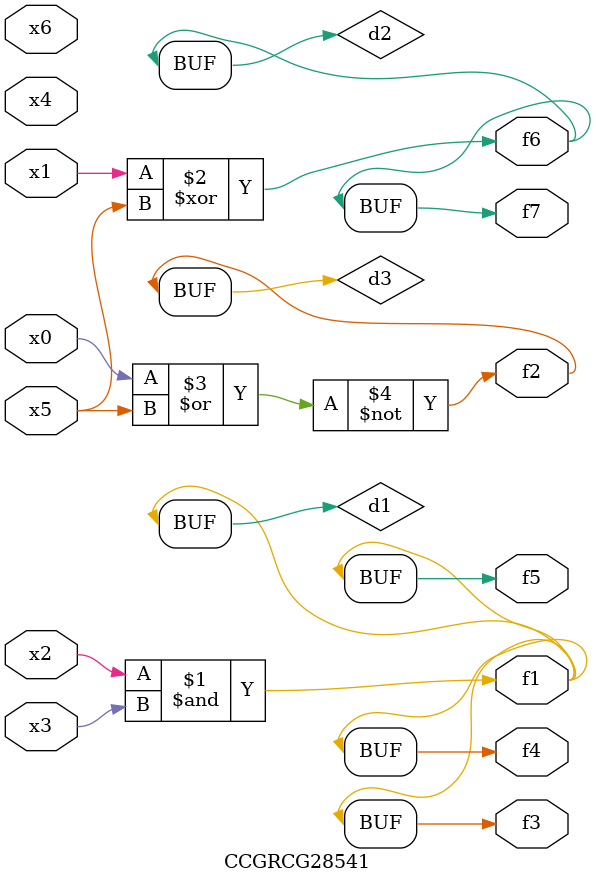
<source format=v>
module CCGRCG28541(
	input x0, x1, x2, x3, x4, x5, x6,
	output f1, f2, f3, f4, f5, f6, f7
);

	wire d1, d2, d3;

	and (d1, x2, x3);
	xor (d2, x1, x5);
	nor (d3, x0, x5);
	assign f1 = d1;
	assign f2 = d3;
	assign f3 = d1;
	assign f4 = d1;
	assign f5 = d1;
	assign f6 = d2;
	assign f7 = d2;
endmodule

</source>
